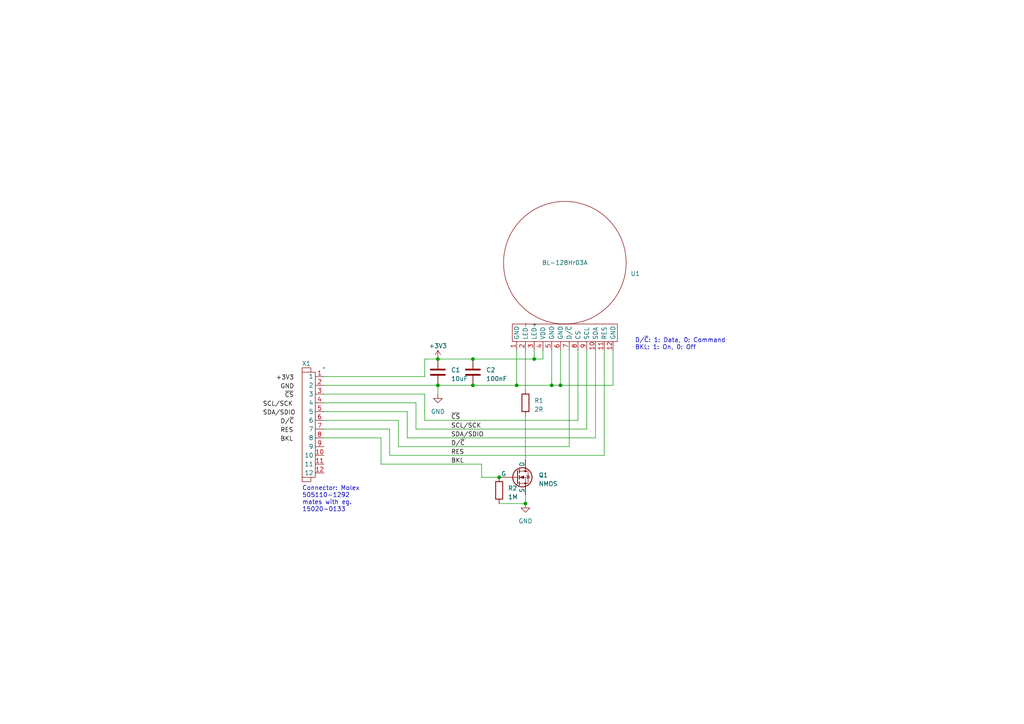
<source format=kicad_sch>
(kicad_sch (version 20230121) (generator eeschema)
  (paper "A4")
  (title_block (title "r03 PCB1: Display") (date "2023-05-14") (rev "a") (company "MEgliDevelopment"))
  (lib_symbols
    (symbol "Device:C" (pin_numbers hide) (pin_names (offset 0.254))
      (property "Reference" "C" (at 0.635 2.54 0))
      (property "Value" "C" (at 0.635 -2.54 0))
      (symbol "C_0_1"
        (polyline (pts (xy -2.032 -0.762) (xy 2.032 -0.762)) (stroke (width 0.508)))
        (polyline (pts (xy -2.032 0.762) (xy 2.032 0.762)) (stroke (width 0.508)))
      )
      (symbol "C_1_1"
        (pin passive line (at 0 3.81 270) (length 2.794) (name "~") (number "1"))
        (pin passive line (at 0 -3.81 90) (length 2.794) (name "~") (number "2"))
      )
    )
    (symbol "Device:R" (pin_numbers hide) (pin_names (offset 0))
      (property "Reference" "R" (at 2.032 0 90))
      (property "Value" "R" (at 0 0 90))
      (symbol "R_0_1"
        (rectangle (start -1.016 -2.54) (end 1.016 2.54) (stroke (width 0.254)))
      )
      (symbol "R_1_1"
        (pin passive line (at 0 3.81 270) (length 1.27) (name "~") (number "1"))
        (pin passive line (at 0 -3.81 90) (length 1.27) (name "~") (number "2"))
      )
    )
    (symbol "GC9A01A_240x240_round_display_1"
      (property "Reference" "U" (at 1.27 1.27 0))
      (symbol "GC9A01A_240x240_round_display_1_0_1"
        (circle (center 0 0) (radius 17.78))
        (rectangle (start 15.24 -22.86) (end -15.24 -17.78))
      )
      (symbol "GC9A01A_240x240_round_display_1_1_1"
        (pin bidirectional line (at -13.97 -25.4 90) (length 2.54) (name "GND") (number "1"))
        (pin bidirectional line (at 8.89 -25.4 90) (length 2.54) (name "SDA") (number "10"))
        (pin bidirectional line (at 11.43 -25.4 90) (length 2.54) (name "RES") (number "11"))
        (pin bidirectional line (at 13.97 -25.4 90) (length 2.54) (name "GND") (number "12"))
        (pin bidirectional line (at -11.43 -25.4 90) (length 2.54) (name "LED-") (number "2"))
        (pin bidirectional line (at -8.89 -25.4 90) (length 2.54) (name "LED+") (number "3"))
        (pin bidirectional line (at -6.35 -25.4 90) (length 2.54) (name "VDD") (number "4"))
        (pin bidirectional line (at -3.81 -25.4 90) (length 2.54) (name "GND") (number "5"))
        (pin bidirectional line (at -1.27 -25.4 90) (length 2.54) (name "GND") (number "6"))
        (pin bidirectional line (at 1.27 -25.4 90) (length 2.54) (name "D/~{C}") (number "7"))
        (pin bidirectional line (at 3.81 -25.4 90) (length 2.54) (name "CS") (number "8"))
        (pin bidirectional line (at 6.35 -25.4 90) (length 2.54) (name "SCL") (number "9"))
      )
    )
    (symbol "MEgli:505110-1292"
      (property "Reference" "X" (at 0 0 0))
      (symbol "505110-1292_0_1"
        (polyline (pts (xy 6.35 -31.75) (xy 6.35 -33.02) (xy 3.81 -33.02) (xy 3.81 -31.75)))
        (polyline (pts (xy 6.35 -1.27) (xy 6.35 0) (xy 3.81 0) (xy 3.81 -1.27)))
        (polyline (pts (xy 2.54 -1.27) (xy 2.54 -31.75) (xy 6.35 -31.75) (xy 6.35 -1.27) (xy 2.54 -1.27)))
      )
      (symbol "505110-1292_1_1"
        (pin bidirectional line (at 0 -2.54 0) (length 2.54) (name "1") (number "1"))
        (pin bidirectional line (at 0 -25.4 0) (length 2.54) (name "10") (number "10"))
        (pin bidirectional line (at 0 -27.94 0) (length 2.54) (name "11") (number "11"))
        (pin bidirectional line (at 0 -30.48 0) (length 2.54) (name "12") (number "12"))
        (pin bidirectional line (at 0 -5.08 0) (length 2.54) (name "2") (number "2"))
        (pin bidirectional line (at 0 -7.62 0) (length 2.54) (name "3") (number "3"))
        (pin bidirectional line (at 0 -10.16 0) (length 2.54) (name "4") (number "4"))
        (pin bidirectional line (at 0 -12.7 0) (length 2.54) (name "5") (number "5"))
        (pin bidirectional line (at 0 -15.24 0) (length 2.54) (name "6") (number "6"))
        (pin bidirectional line (at 0 -17.78 0) (length 2.54) (name "7") (number "7"))
        (pin bidirectional line (at 0 -20.32 0) (length 2.54) (name "8") (number "8"))
        (pin bidirectional line (at 0 -22.86 0) (length 2.54) (name "9") (number "9"))
      )
    )
    (symbol "Simulation_SPICE:NMOS" (pin_numbers hide) (pin_names (offset 0))
      (property "Reference" "Q" (at 5.08 1.27 0))
      (property "Value" "NMOS" (at 5.08 -1.27 0))
      (symbol "NMOS_0_1"
        (polyline (pts (xy 0.254 0) (xy -2.54 0)))
        (polyline (pts (xy 0.254 1.905) (xy 0.254 -1.905)) (stroke (width 0.254)))
        (polyline (pts (xy 0.762 -1.27) (xy 0.762 -2.286)) (stroke (width 0.254)))
        (polyline (pts (xy 0.762 0.508) (xy 0.762 -0.508)) (stroke (width 0.254)))
        (polyline (pts (xy 0.762 2.286) (xy 0.762 1.27)) (stroke (width 0.254)))
        (polyline (pts (xy 2.54 2.54) (xy 2.54 1.778)))
        (polyline (pts (xy 2.54 -2.54) (xy 2.54 0) (xy 0.762 0)))
        (polyline (pts (xy 0.762 -1.778) (xy 3.302 -1.778) (xy 3.302 1.778) (xy 0.762 1.778)))
        (polyline (pts (xy 1.016 0) (xy 2.032 0.381) (xy 2.032 -0.381) (xy 1.016 0)) (fill (type outline)))
        (polyline (pts (xy 2.794 0.508) (xy 2.921 0.381) (xy 3.683 0.381) (xy 3.81 0.254)))
        (polyline (pts (xy 3.302 0.381) (xy 2.921 -0.254) (xy 3.683 -0.254) (xy 3.302 0.381)))
        (circle (center 1.651 0) (radius 2.794) (stroke (width 0.254)))
        (circle (center 2.54 -1.778) (radius 0.254) (fill (type outline)))
        (circle (center 2.54 1.778) (radius 0.254) (fill (type outline)))
      )
      (symbol "NMOS_1_1"
        (pin passive line (at 2.54 5.08 270) (length 2.54) (name "D") (number "1"))
        (pin input line (at -5.08 0 0) (length 2.54) (name "G") (number "2"))
        (pin passive line (at 2.54 -5.08 90) (length 2.54) (name "S") (number "3"))
      )
    )
    (symbol "power:+3V3" (power) (pin_names (offset 0))
      (property "Value" "+3V3" (at 0 3.556 0))
      (symbol "+3V3_0_1"
        (polyline (pts (xy -0.762 1.27) (xy 0 2.54)))
        (polyline (pts (xy 0 0) (xy 0 2.54)))
        (polyline (pts (xy 0 2.54) (xy 0.762 1.27)))
      )
      (symbol "+3V3_1_1"
        (pin power_in line (at 0 0 90) (length 0) hide (name "+3V3") (number "1"))
      )
    )
    (symbol "power:GND" (power) (pin_names (offset 0))
      (property "Value" "GND" (at 0 -3.81 0))
      (symbol "GND_0_1"
        (polyline (pts (xy 0 0) (xy 0 -1.27) (xy 1.27 -1.27) (xy 0 -2.54) (xy -1.27 -1.27) (xy 0 -1.27)))
      )
      (symbol "GND_1_1"
        (pin power_in line (at 0 0 270) (length 0) hide (name "GND") (number "1"))
      )
    )
  )
  (junction (at 162.56 111.76))
  (junction (at 154.94 104.14))
  (junction (at 127 104.14))
  (junction (at 152.4 146.05))
  (junction (at 160.02 111.76))
  (junction (at 127 111.76))
  (junction (at 149.86 111.76))
  (junction (at 137.16 104.14))
  (junction (at 137.16 111.76))
  (junction (at 144.78 138.43))
  (wire (pts (xy 127 104.14) (xy 137.16 104.14)))
  (wire (pts (xy 123.19 114.3) (xy 93.98 114.3)))
  (wire (pts (xy 118.11 127) (xy 118.11 119.38)))
  (wire (pts (xy 175.26 101.6) (xy 175.26 132.08)))
  (wire (pts (xy 144.78 146.05) (xy 152.4 146.05)))
  (wire (pts (xy 120.65 124.46) (xy 170.18 124.46)))
  (wire (pts (xy 115.57 129.54) (xy 115.57 121.92)))
  (wire (pts (xy 118.11 127) (xy 172.72 127)))
  (wire (pts (xy 127 111.76) (xy 127 114.3)))
  (wire (pts (xy 110.49 127) (xy 93.98 127)))
  (wire (pts (xy 127 111.76) (xy 137.16 111.76)))
  (wire (pts (xy 172.72 101.6) (xy 172.72 127)))
  (wire (pts (xy 93.98 111.76) (xy 127 111.76)))
  (wire (pts (xy 167.64 101.6) (xy 167.64 121.92)))
  (wire (pts (xy 118.11 119.38) (xy 93.98 119.38)))
  (wire (pts (xy 177.8 111.76) (xy 177.8 101.6)))
  (wire (pts (xy 93.98 109.22) (xy 123.19 109.22)))
  (wire (pts (xy 149.86 111.76) (xy 149.86 101.6)))
  (wire (pts (xy 123.19 121.92) (xy 167.64 121.92)))
  (wire (pts (xy 123.19 104.14) (xy 127 104.14)))
  (wire (pts (xy 113.03 132.08) (xy 113.03 124.46)))
  (wire (pts (xy 152.4 101.6) (xy 152.4 113.03)))
  (wire (pts (xy 120.65 116.84) (xy 93.98 116.84)))
  (wire (pts (xy 152.4 143.51) (xy 152.4 146.05)))
  (wire (pts (xy 139.7 138.43) (xy 139.7 134.62)))
  (wire (pts (xy 115.57 129.54) (xy 165.1 129.54)))
  (wire (pts (xy 154.94 104.14) (xy 157.48 104.14)))
  (wire (pts (xy 149.86 111.76) (xy 160.02 111.76)))
  (wire (pts (xy 110.49 134.62) (xy 110.49 127)))
  (wire (pts (xy 165.1 101.6) (xy 165.1 129.54)))
  (wire (pts (xy 170.18 101.6) (xy 170.18 124.46)))
  (wire (pts (xy 110.49 134.62) (xy 139.7 134.62)))
  (wire (pts (xy 157.48 104.14) (xy 157.48 101.6)))
  (wire (pts (xy 113.03 132.08) (xy 175.26 132.08)))
  (wire (pts (xy 154.94 101.6) (xy 154.94 104.14)))
  (wire (pts (xy 139.7 138.43) (xy 144.78 138.43)))
  (wire (pts (xy 160.02 101.6) (xy 160.02 111.76)))
  (wire (pts (xy 123.19 121.92) (xy 123.19 114.3)))
  (wire (pts (xy 160.02 111.76) (xy 162.56 111.76)))
  (wire (pts (xy 152.4 120.65) (xy 152.4 133.35)))
  (wire (pts (xy 137.16 111.76) (xy 149.86 111.76)))
  (wire (pts (xy 162.56 111.76) (xy 177.8 111.76)))
  (wire (pts (xy 120.65 124.46) (xy 120.65 116.84)))
  (wire (pts (xy 123.19 109.22) (xy 123.19 104.14)))
  (wire (pts (xy 137.16 104.14) (xy 154.94 104.14)))
  (wire (pts (xy 162.56 111.76) (xy 162.56 101.6)))
  (wire (pts (xy 115.57 121.92) (xy 93.98 121.92)))
  (wire (pts (xy 113.03 124.46) (xy 93.98 124.46)))
  (text "Connector: Molex\n505110-1292\nmates with eg.\n15020-0133" (at 87.63 148.59 0) (effects (font (size 1.27 1.27)) (justify left bottom)))
  (text "D/~{C}: 1: Data, 0: Command\nBKL: 1: On, 0: Off" (at 184.15 101.6 0) (effects (font (size 1.27 1.27)) (justify left bottom)))
  (label "~{CS}" (at 130.81 121.92 0))
  (label "SDA{slash}SDIO" (at 76.2 120.65 0))
  (label "~{CS}" (at 82.55 115.57 0))
  (label "SCL{slash}SCK" (at 130.81 124.46 0))
  (label "D{slash}~{C}" (at 81.28 123.19 0))
  (label "SCL{slash}SCK" (at 76.2 118.11 0))
  (label "RES" (at 130.81 132.08 0))
  (label "BKL" (at 130.81 134.62 0))
  (label "D{slash}~{C}" (at 130.81 129.54 0))
  (label "BKL" (at 81.28 128.27 0))
  (label "SDA{slash}SDIO" (at 130.81 127 0))
  (label "RES" (at 81.28 125.73 0))
  (label "+3V3" (at 80.01 110.49 0))
  (label "GND" (at 81.28 113.03 0))
  (symbol (lib_id "MEgli:505110-1292") (at 93.98 106.68 0) (mirror y) (unit 1)
    (property "Reference" "X1" (at 90.17 105.41 0) (effects (justify left)))
    (property "Value" "~" (at 93.98 106.68 0))
    (property "Footprint" "MEgli:505110-1292" (effects hide))
  )
  (symbol (lib_id "Device:R") (at 152.4 116.84 0) (unit 1)
    (property "Reference" "R1" (at 154.94 116.205 0) (effects (justify left)))
    (property "Value" "2R" (at 154.94 118.745 0) (effects (justify left)))
    (instances (project "r03" (path "" (reference "R1") (unit 1)) (path "" (reference "R2") (unit 1))))
  )
  (symbol (lib_id "power:GND") (at 152.4 146.05 0) (unit 1)
    (property "Reference" "#PWR02" (effects hide))
    (property "Value" "GND" (at 152.4 151.13 0))
    (instances (project "r03" (path "" (reference "#PWR02") (unit 1)) (path "" (reference "#PWR03") (unit 1))))
  )
  (symbol (lib_id "Device:C") (at 127 107.95 0) (unit 1)
    (property "Reference" "C1" (at 130.81 107.315 0) (effects (justify left)))
    (property "Value" "10uF" (at 130.81 109.855 0) (effects (justify left)))
  )
  (symbol (lib_id "power:+3V3") (at 127 104.14 0) (unit 1)
    (property "Reference" "#PWR03" (effects hide))
    (property "Value" "+3V3" (at 127 100.33 0))
    (instances (project "r03" (path "" (reference "#PWR03") (unit 1)) (path "" (reference "#PWR01") (unit 1))))
  )
  (symbol (lib_name "GC9A01A_240x240_round_display_1") (lib_id "MEgli:GC9A01A_240x240_round_display") (at 163.83 76.2 0) (unit 1)
    (property "Reference" "U1" (at 182.88 79.375 0) (effects (justify left)))
    (property "Value" "BL-128Hr03A" (at 163.83 76.2 0))
  )
  (symbol (lib_id "Simulation_SPICE:NMOS") (at 149.86 138.43 0) (unit 1)
    (property "Reference" "Q1" (at 156.21 137.795 0) (effects (justify left)))
    (property "Value" "NMOS" (at 156.21 140.335 0) (effects (justify left)))
    (property "Datasheet" "https://ngspice.sourceforge.io/docs/ngspice-manual.pdf" (effects hide))
    (property "Sim.Device" "NMOS" (effects hide))
    (property "Sim.Type" "VDMOS" (effects hide))
    (property "Sim.Pins" "1=D 2=G 3=S" (effects hide))
  )
  (symbol (lib_id "power:GND") (at 127 114.3 0) (unit 1)
    (property "Reference" "#PWr03" (effects hide))
    (property "Value" "GND" (at 127 119.38 0))
    (instances (project "r03" (path "" (reference "#PWr03") (unit 1)) (path "" (reference "#PWr02") (unit 1))))
  )
  (symbol (lib_id "Device:C") (at 137.16 107.95 0) (unit 1)
    (property "Reference" "C2" (at 140.97 107.315 0) (effects (justify left)))
    (property "Value" "100nF" (at 140.97 109.855 0) (effects (justify left)))
  )
  (symbol (lib_id "Device:R") (at 144.78 142.24 0) (unit 1)
    (property "Reference" "R2" (at 147.32 141.605 0) (effects (justify left)))
    (property "Value" "1M" (at 147.32 144.145 0) (effects (justify left)))
    (instances (project "r03" (path "" (reference "R2") (unit 1)) (path "" (reference "R1") (unit 1))))
  )
)
</source>
